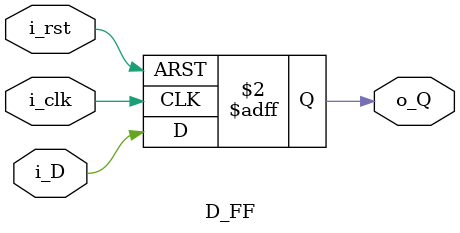
<source format=v>

(* keep_hierarchy *)
module ring_generator(
		input i_clk,
		input i_rst,
		input [10:0] i_w,
		output o_pulse,
		output [31:0] o_data
	);
	
	(*ALLOW_COMBINATORIAL_LOOPS = "true"*)(* dont_touch = "yes"*) wire [31:0] i_r;
	(*ALLOW_COMBINATORIAL_LOOPS = "true"*)(* dont_touch = "yes"*) wire [31:0] o_r;
	
   genvar i;
	generate
		for(i = 0; i < 32; i = i+1) begin
			D_FF FF(.i_clk(i_clk), .i_rst(i_rst), .i_D(i_r[i]), .o_Q(o_r[i]));
		end
	endgenerate
   
   // top part of RG
	assign i_r[0]	= o_r[1] ^ i_w[0];
	assign i_r[1]	= o_r[2];
	assign i_r[2]	= o_r[3] ^ i_w[1];
	assign i_r[3]	= o_r[4];
	assign i_r[4]	= o_r[5] ^ i_w[2];
	assign i_r[5]	= o_r[6];
	assign i_r[6]	= o_r[7] ^ i_w[3];
	assign i_r[7]	= o_r[8];
	assign i_r[8]	= o_r[9] ^ i_w[4];
	assign i_r[9]	= o_r[10];
	assign i_r[10]	= o_r[11] ^ i_w[5];
	assign i_r[11] = o_r[12];
	assign i_r[12] = o_r[13] ^ i_w[6];
	assign i_r[13] = o_r[14];
	assign i_r[14] = o_r[15] ^ i_w[7];
	assign i_r[15] = o_r[16];
	
	// bottom part of RG
	assign i_r[16] = o_r[17];
	assign i_r[17] = o_r[18] ^ o_r[13];
	assign i_r[18] = o_r[19];
	assign i_r[19] = o_r[20];
	assign i_r[20] = o_r[21] ^ o_r[11];
	assign i_r[21] = o_r[22];
	assign i_r[22] = o_r[23];
	assign i_r[23] = o_r[24] ^ o_r[8];
	assign i_r[24] = o_r[25];
	assign i_r[25] = o_r[26] ^ o_r[5];
	assign i_r[26] = o_r[27];
	assign i_r[27] = o_r[28];
	assign i_r[28] = o_r[29] ^ o_r[2];
	assign i_r[29] = o_r[30];
	assign i_r[30] = o_r[31];
	assign i_r[31] = o_r[0];	
	
	assign o_pulse = o_r[0];
	assign o_data = o_r;
	
endmodule

(* keep_hierarchy *)
module D_FF(
	input i_clk,
	input i_rst,
	input i_D,
	output reg o_Q
	);
	
	always @(posedge i_clk or posedge i_rst)
	begin
		if (i_rst)
			o_Q <= 1'b0;
		else
			o_Q <= i_D;
	end
   
endmodule

</source>
